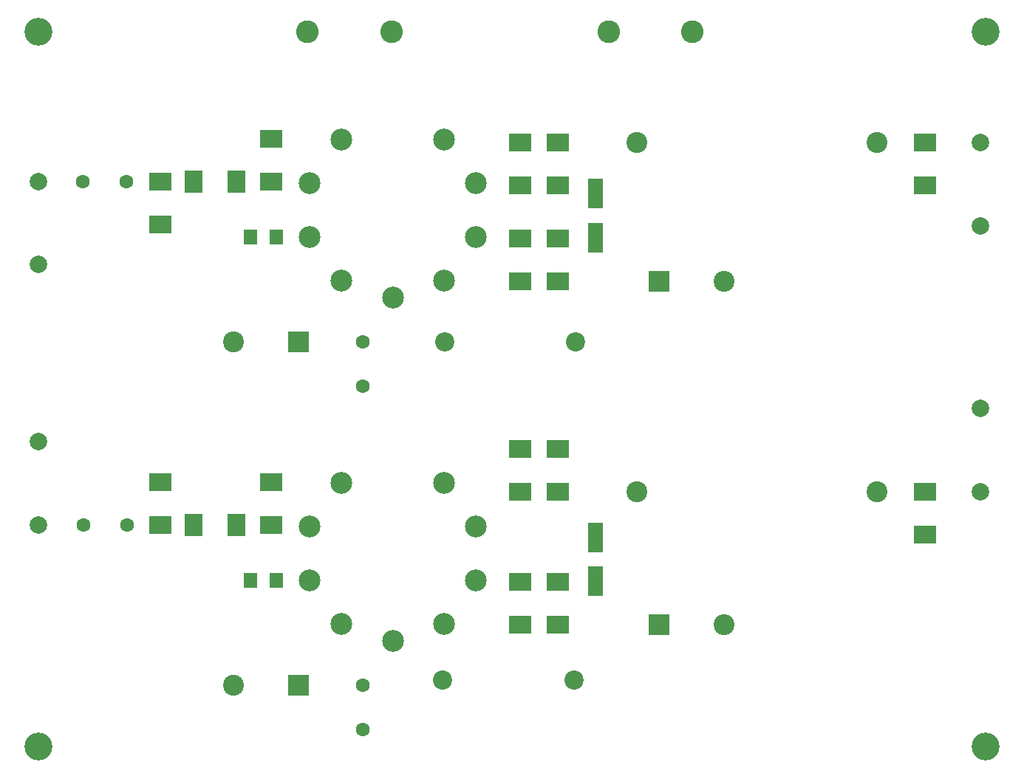
<source format=gbr>
G04 #@! TF.GenerationSoftware,KiCad,Pcbnew,(5.1.9-0-10_14)*
G04 #@! TF.CreationDate,2021-02-21T16:23:33+01:00*
G04 #@! TF.ProjectId,pre-amp-ecc88,7072652d-616d-4702-9d65-636338382e6b,rev?*
G04 #@! TF.SameCoordinates,Original*
G04 #@! TF.FileFunction,Soldermask,Top*
G04 #@! TF.FilePolarity,Negative*
%FSLAX46Y46*%
G04 Gerber Fmt 4.6, Leading zero omitted, Abs format (unit mm)*
G04 Created by KiCad (PCBNEW (5.1.9-0-10_14)) date 2021-02-21 16:23:33*
%MOMM*%
%LPD*%
G01*
G04 APERTURE LIST*
%ADD10C,2.499360*%
%ADD11R,1.800000X3.500000*%
%ADD12C,2.400000*%
%ADD13R,2.400000X2.400000*%
%ADD14C,1.600000*%
%ADD15R,2.600000X2.100000*%
%ADD16R,1.500000X1.800000*%
%ADD17R,2.100000X2.600000*%
%ADD18C,2.000000*%
%ADD19C,2.600000*%
%ADD20C,2.200000*%
%ADD21C,3.200000*%
G04 APERTURE END LIST*
D10*
X78562200Y-88519000D03*
X74930000Y-93522800D03*
X74930000Y-99695000D03*
X78562200Y-104698800D03*
X84439760Y-106608880D03*
X90317320Y-104698800D03*
X93949520Y-99695000D03*
X93949520Y-93522800D03*
X90317320Y-88519000D03*
X78562200Y-127889000D03*
X74930000Y-132892800D03*
X74930000Y-139065000D03*
X78562200Y-144068800D03*
X84439760Y-145978880D03*
X90317320Y-144068800D03*
X93949520Y-139065000D03*
X93949520Y-132892800D03*
X90317320Y-127889000D03*
D11*
X107696000Y-99742000D03*
X107696000Y-94742000D03*
X107696000Y-139192000D03*
X107696000Y-134192000D03*
D12*
X112395000Y-88900000D03*
X139895000Y-88900000D03*
X112395000Y-128905000D03*
X139895000Y-128905000D03*
X66160000Y-111760000D03*
D13*
X73660000Y-111760000D03*
D14*
X81026000Y-116760000D03*
X81026000Y-111760000D03*
D12*
X66160000Y-151130000D03*
D13*
X73660000Y-151130000D03*
D14*
X81026000Y-156130000D03*
X81026000Y-151130000D03*
D15*
X145415000Y-93800000D03*
X145415000Y-88900000D03*
X99060000Y-93800000D03*
X99060000Y-88900000D03*
X103378000Y-93800000D03*
X103378000Y-88900000D03*
X70485000Y-93345000D03*
X70485000Y-88445000D03*
X99060000Y-99875000D03*
X99060000Y-104775000D03*
X103378000Y-99875000D03*
X103378000Y-104775000D03*
D16*
X68120000Y-99695000D03*
X71120000Y-99695000D03*
D17*
X61595000Y-93345000D03*
X66495000Y-93345000D03*
D15*
X57785000Y-98245000D03*
X57785000Y-93345000D03*
D18*
X151765000Y-98425000D03*
X151765000Y-88900000D03*
D19*
X74676000Y-76200000D03*
X84328000Y-76200000D03*
D18*
X43815000Y-102870000D03*
X43815000Y-93345000D03*
D12*
X122435000Y-104775000D03*
D13*
X114935000Y-104775000D03*
D20*
X105410000Y-111760000D03*
X90410000Y-111760000D03*
D14*
X48895000Y-93345000D03*
X53895000Y-93345000D03*
D15*
X145415000Y-133805000D03*
X145415000Y-128905000D03*
X99060000Y-124005000D03*
X99060000Y-128905000D03*
X103378000Y-124005000D03*
X103378000Y-128905000D03*
X70485000Y-132715000D03*
X70485000Y-127815000D03*
X99060000Y-139245000D03*
X99060000Y-144145000D03*
X103378000Y-139245000D03*
X103378000Y-144145000D03*
D16*
X68120000Y-139065000D03*
X71120000Y-139065000D03*
D17*
X61595000Y-132715000D03*
X66495000Y-132715000D03*
D15*
X57785000Y-127815000D03*
X57785000Y-132715000D03*
D18*
X151765000Y-119380000D03*
X151765000Y-128905000D03*
D19*
X109220000Y-76200000D03*
X118745000Y-76200000D03*
D18*
X43815000Y-123190000D03*
X43815000Y-132715000D03*
D21*
X152400000Y-76200000D03*
X152400000Y-158115000D03*
X43815000Y-158115000D03*
X43815000Y-76200000D03*
D12*
X122435000Y-144145000D03*
D13*
X114935000Y-144145000D03*
D20*
X105170000Y-150495000D03*
X90170000Y-150495000D03*
D14*
X48975000Y-132715000D03*
X53975000Y-132715000D03*
M02*

</source>
